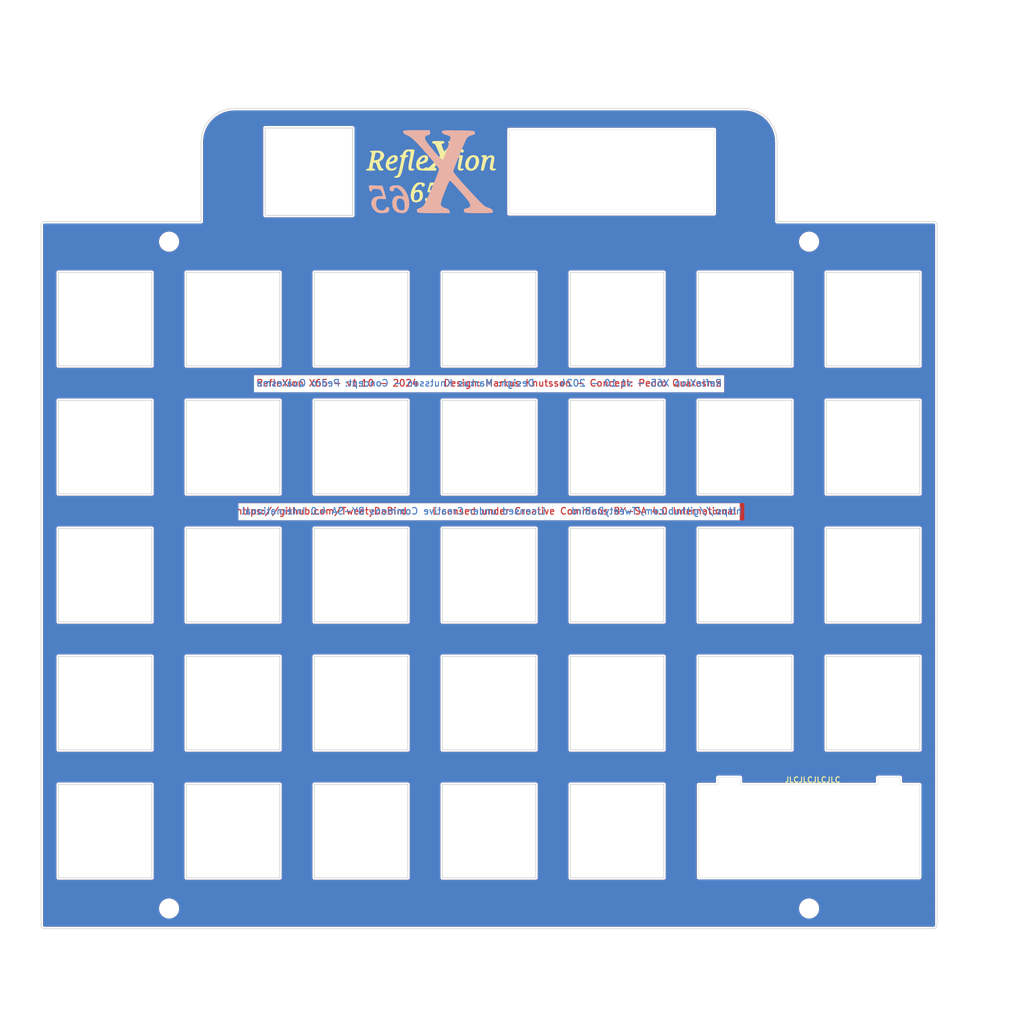
<source format=kicad_pcb>
(kicad_pcb (version 20240108) (generator "pcbnew") (generator_version "8.0")
  (title_block (title "X65 Front") (date "2024-04-05") (rev "1.10") (company "Tweety's Wild Thinking") (comment 1 "Design: Markus Knutsson <markus.knutsson@tweety.se>") (comment 2 "Concept: Pedro Quaresma <pq@live.ie>") (comment 3 "https://github.com/TweetyDaBird") (comment 4 "Licensed under Creative Commons BY-SA 4.0 International"))
  (layers (0 "F.Cu" signal) (31 "B.Cu" signal) (34 "B.Paste" user) (35 "F.Paste" user) (36 "B.SilkS" user "B.Silkscreen") (37 "F.SilkS" user "F.Silkscreen") (38 "B.Mask" user) (39 "F.Mask" user) (44 "Edge.Cuts" user))
  (net 0 "")
  (footprint "Keyboard_Plate:Spacer Plate hole" (layer "F.Cu") (at 158.515 35.965)
    (property "Reference" "H3" (hide yes))
    (property "Value" "Spacer_PCB" (hide yes))
    (pad "" np_thru_hole circle (at 0 0) (size 2.5 2.5) (drill 2.5) (layers "*.Cu" "*.Mask"))
  )
  (footprint "Keyboard_Plate:SW_MX_Plate_Placeholder_nodrill_NOBORDER_13,9" (layer "F.Cu") (at 129.94 123.69)
    (property "Reference" "SW33" (hide yes))
    (property "Value" "SW_Push" (hide yes))
    (fp_line (start -6.95 -6.95) (end -6.95 6.95) (stroke (width 0.1)) (layer "Edge.Cuts"))
    (fp_line (start -6.95 6.95) (end 6.95 6.95) (stroke (width 0.1)) (layer "Edge.Cuts"))
    (fp_line (start 6.95 -6.95) (end -6.95 -6.95) (stroke (width 0.1)) (layer "Edge.Cuts"))
    (fp_line (start 6.95 6.95) (end 6.95 -6.95) (stroke (width 0.1)) (layer "Edge.Cuts"))
  )
  (footprint "Keyboard_Plate:SW_MX_Plate_Placeholder_nodrill_NOBORDER_13,9" (layer "F.Cu") (at 110.89 66.54)
    (property "Reference" "SW11" (hide yes))
    (property "Value" "SW_Push" (hide yes))
    (fp_line (start -6.95 -6.95) (end -6.95 6.95) (stroke (width 0.1)) (layer "Edge.Cuts"))
    (fp_line (start -6.95 6.95) (end 6.95 6.95) (stroke (width 0.1)) (layer "Edge.Cuts"))
    (fp_line (start 6.95 -6.95) (end -6.95 -6.95) (stroke (width 0.1)) (layer "Edge.Cuts"))
    (fp_line (start 6.95 6.95) (end 6.95 -6.95) (stroke (width 0.1)) (layer "Edge.Cuts"))
  )
  (footprint "Keyboard_Plate:SW_MX_Plate_Placeholder_nodrill_NOBORDER_13,9" (layer "F.Cu") (at 72.79 123.69)
    (property "Reference" "SW30" (hide yes))
    (property "Value" "SW_Push" (hide yes))
    (fp_line (start -6.95 -6.95) (end -6.95 6.95) (stroke (width 0.1)) (layer "Edge.Cuts"))
    (fp_line (start -6.95 6.95) (end 6.95 6.95) (stroke (width 0.1)) (layer "Edge.Cuts"))
    (fp_line (start 6.95 -6.95) (end -6.95 -6.95) (stroke (width 0.1)) (layer "Edge.Cuts"))
    (fp_line (start 6.95 6.95) (end 6.95 -6.95) (stroke (width 0.1)) (layer "Edge.Cuts"))
  )
  (footprint "Keyboard_Plate:SW_MX_Plate_Placeholder_nodrill_NOBORDER_13,9" (layer "F.Cu") (at 110.89 123.69)
    (property "Reference" "SW32" (hide yes))
    (property "Value" "SW_Push" (hide yes))
    (fp_line (start -6.95 -6.95) (end -6.95 6.95) (stroke (width 0.1)) (layer "Edge.Cuts"))
    (fp_line (start -6.95 6.95) (end 6.95 6.95) (stroke (width 0.1)) (layer "Edge.Cuts"))
    (fp_line (start 6.95 -6.95) (end -6.95 -6.95) (stroke (width 0.1)) (layer "Edge.Cuts"))
    (fp_line (start 6.95 6.95) (end 6.95 -6.95) (stroke (width 0.1)) (layer "Edge.Cuts"))
  )
  (footprint "Keyboard_Plate:SW_MX_Plate_Placeholder_nodrill_NOBORDER_13,9" (layer "F.Cu") (at 91.84 47.49)
    (property "Reference" "SW3" (hide yes))
    (property "Value" "SW_Push" (hide yes))
    (fp_line (start -6.95 -6.95) (end -6.95 6.95) (stroke (width 0.1)) (layer "Edge.Cuts"))
    (fp_line (start -6.95 6.95) (end 6.95 6.95) (stroke (width 0.1)) (layer "Edge.Cuts"))
    (fp_line (start 6.95 -6.95) (end -6.95 -6.95) (stroke (width 0.1)) (layer "Edge.Cuts"))
    (fp_line (start 6.95 6.95) (end 6.95 -6.95) (stroke (width 0.1)) (layer "Edge.Cuts"))
  )
  (footprint "Keyboard_Plate:Spacer Plate hole" (layer "F.Cu") (at 158.515 135.215)
    (property "Reference" "H4" (hide yes))
    (property "Value" "Spacer_PCB" (hide yes))
    (pad "" np_thru_hole circle (at 0 0) (size 2.5 2.5) (drill 2.5) (layers "*.Cu" "*.Mask"))
  )
  (footprint "Keyboard_Plate:SW_MX_Plate_Placeholder_nodrill_NOBORDER_13,9" (layer "F.Cu") (at 148.99 104.64)
    (property "Reference" "SW27" (hide yes))
    (property "Value" "SW_Push" (hide yes))
    (fp_line (start -6.95 -6.95) (end -6.95 6.95) (stroke (width 0.1)) (layer "Edge.Cuts"))
    (fp_line (start -6.95 6.95) (end 6.95 6.95) (stroke (width 0.1)) (layer "Edge.Cuts"))
    (fp_line (start 6.95 -6.95) (end -6.95 -6.95) (stroke (width 0.1)) (layer "Edge.Cuts"))
    (fp_line (start 6.95 6.95) (end 6.95 -6.95) (stroke (width 0.1)) (layer "Edge.Cuts"))
  )
  (footprint "Keyboard_Plate:SW_MX_Plate_Placeholder_nodrill_NOBORDER_13,9" (layer "F.Cu") (at 91.84 123.69)
    (property "Reference" "SW31" (hide yes))
    (property "Value" "SW_Push" (hide yes))
    (fp_line (start -6.95 -6.95) (end -6.95 6.95) (stroke (width 0.1)) (layer "Edge.Cuts"))
    (fp_line (start -6.95 6.95) (end 6.95 6.95) (stroke (width 0.1)) (layer "Edge.Cuts"))
    (fp_line (start 6.95 -6.95) (end -6.95 -6.95) (stroke (width 0.1)) (layer "Edge.Cuts"))
    (fp_line (start 6.95 6.95) (end 6.95 -6.95) (stroke (width 0.1)) (layer "Edge.Cuts"))
  )
  (footprint "Keyboard_Plate:SW_MX_Plate_Placeholder_nodrill_NOBORDER_13,9" (layer "F.Cu") (at 148.99 66.54)
    (property "Reference" "SW13" (hide yes))
    (property "Value" "SW_Push" (hide yes))
    (fp_line (start -6.95 -6.95) (end -6.95 6.95) (stroke (width 0.1)) (layer "Edge.Cuts"))
    (fp_line (start -6.95 6.95) (end 6.95 6.95) (stroke (width 0.1)) (layer "Edge.Cuts"))
    (fp_line (start 6.95 -6.95) (end -6.95 -6.95) (stroke (width 0.1)) (layer "Edge.Cuts"))
    (fp_line (start 6.95 6.95) (end 6.95 -6.95) (stroke (width 0.1)) (layer "Edge.Cuts"))
  )
  (footprint "Keyboard_Plate:SW_MX_Plate_Placeholder_nodrill_NOBORDER_13,9" (layer "F.Cu") (at 53.74 66.54)
    (property "Reference" "SW8" (hide yes))
    (property "Value" "SW_Push" (hide yes))
    (fp_line (start -6.95 -6.95) (end -6.95 6.95) (stroke (width 0.1)) (layer "Edge.Cuts"))
    (fp_line (start -6.95 6.95) (end 6.95 6.95) (stroke (width 0.1)) (layer "Edge.Cuts"))
    (fp_line (start 6.95 -6.95) (end -6.95 -6.95) (stroke (width 0.1)) (layer "Edge.Cuts"))
    (fp_line (start 6.95 6.95) (end 6.95 -6.95) (stroke (width 0.1)) (layer "Edge.Cuts"))
  )
  (footprint "Keyboard_Plate:SW_MX_Plate_Placeholder_nodrill_NOBORDER_13,9" (layer "F.Cu") (at 72.79 66.54)
    (property "Reference" "SW9" (hide yes))
    (property "Value" "SW_Push" (hide yes))
    (fp_line (start -6.95 -6.95) (end -6.95 6.95) (stroke (width 0.1)) (layer "Edge.Cuts"))
    (fp_line (start -6.95 6.95) (end 6.95 6.95) (stroke (width 0.1)) (layer "Edge.Cuts"))
    (fp_line (start 6.95 -6.95) (end -6.95 -6.95) (stroke (width 0.1)) (layer "Edge.Cuts"))
    (fp_line (start 6.95 6.95) (end 6.95 -6.95) (stroke (width 0.1)) (layer "Edge.Cuts"))
  )
  (footprint "Keyboard_Plate:SW_MX_Plate_Placeholder_nodrill_NOBORDER_13,9" (layer "F.Cu") (at 148.99 85.59)
    (property "Reference" "SW20" (hide yes))
    (property "Value" "SW_Push" (hide yes))
    (fp_line (start -6.95 -6.95) (end -6.95 6.95) (stroke (width 0.1)) (layer "Edge.Cuts"))
    (fp_line (start -6.95 6.95) (end 6.95 6.95) (stroke (width 0.1)) (layer "Edge.Cuts"))
    (fp_line (start 6.95 -6.95) (end -6.95 -6.95) (stroke (width 0.1)) (layer "Edge.Cuts"))
    (fp_line (start 6.95 6.95) (end 6.95 -6.95) (stroke (width 0.1)) (layer "Edge.Cuts"))
  )
  (footprint "Keyboard_Plate:SW_MX_Plate_Placeholder_nodrill_NOBORDER_13,9" (layer "F.Cu") (at 110.89 85.59)
    (property "Reference" "SW18" (hide yes))
    (property "Value" "SW_Push" (hide yes))
    (fp_line (start -6.95 -6.95) (end -6.95 6.95) (stroke (width 0.1)) (layer "Edge.Cuts"))
    (fp_line (start -6.95 6.95) (end 6.95 6.95) (stroke (width 0.1)) (layer "Edge.Cuts"))
    (fp_line (start 6.95 -6.95) (end -6.95 -6.95) (stroke (width 0.1)) (layer "Edge.Cuts"))
    (fp_line (start 6.95 6.95) (end 6.95 -6.95) (stroke (width 0.1)) (layer "Edge.Cuts"))
  )
  (footprint "Keyboard_Plate:SW_MX_Plate_Placeholder_nodrill_NOBORDER_13,9" (layer "F.Cu") (at 129.94 66.54)
    (property "Reference" "SW12" (hide yes))
    (property "Value" "SW_Push" (hide yes))
    (fp_line (start -6.95 -6.95) (end -6.95 6.95) (stroke (width 0.1)) (layer "Edge.Cuts"))
    (fp_line (start -6.95 6.95) (end 6.95 6.95) (stroke (width 0.1)) (layer "Edge.Cuts"))
    (fp_line (start 6.95 -6.95) (end -6.95 -6.95) (stroke (width 0.1)) (layer "Edge.Cuts"))
    (fp_line (start 6.95 6.95) (end 6.95 -6.95) (stroke (width 0.1)) (layer "Edge.Cuts"))
  )
  (footprint "Keyboard_Plate:Spacer Plate hole" (layer "F.Cu") (at 63.265 35.965)
    (property "Reference" "H1" (hide yes))
    (property "Value" "Spacer_PCB" (hide yes))
    (pad "" np_thru_hole circle (at 0 0) (size 2.5 2.5) (drill 2.5) (layers "*.Cu" "*.Mask"))
  )
  (footprint "Keyboard_Plate:SW_MX_Plate_Placeholder_nodrill_NOBORDER_13,9" (layer "F.Cu") (at 110.89 47.49)
    (property "Reference" "SW4" (hide yes))
    (property "Value" "SW_Push" (hide yes))
    (fp_line (start -6.95 -6.95) (end -6.95 6.95) (stroke (width 0.1)) (layer "Edge.Cuts"))
    (fp_line (start -6.95 6.95) (end 6.95 6.95) (stroke (width 0.1)) (layer "Edge.Cuts"))
    (fp_line (start 6.95 -6.95) (end -6.95 -6.95) (stroke (width 0.1)) (layer "Edge.Cuts"))
    (fp_line (start 6.95 6.95) (end 6.95 -6.95) (stroke (width 0.1)) (layer "Edge.Cuts"))
  )
  (footprint "Keyboard_Plate:SW_MX_Plate_Placeholder_nodrill_NOBORDER_13,9" (layer "F.Cu") (at 72.79 85.59)
    (property "Reference" "SW16" (hide yes))
    (property "Value" "SW_Push" (hide yes))
    (fp_line (start -6.95 -6.95) (end -6.95 6.95) (stroke (width 0.1)) (layer "Edge.Cuts"))
    (fp_line (start -6.95 6.95) (end 6.95 6.95) (stroke (width 0.1)) (layer "Edge.Cuts"))
    (fp_line (start 6.95 -6.95) (end -6.95 -6.95) (stroke (width 0.1)) (layer "Edge.Cuts"))
    (fp_line (start 6.95 6.95) (end 6.95 -6.95) (stroke (width 0.1)) (layer "Edge.Cuts"))
  )
  (footprint "Logotypes:RefleXion 652" (layer "F.Cu") (at 102.122913 25.405682)
    (property "Reference" "G***" (hide yes))
    (property "Value" "LOGO" (hide yes))
    (fp_poly (pts (xy 4.948081 -3.133288) (xy 5.0023 -2.972048) (xy 5.003031 -2.93447) (xy 4.962526 -2.750599) (xy 4.806804 -2.694622) (xy 4.772794 -2.693939) (xy 4.578038 -2.7384) (xy 4.49833 -2.814205) (xy 4.491573 -3.033008) (xy 4.642838 -3.157833) (xy 4.770518 -3.175)) (fill solid) (layer "F.SilkS"))
    (fp_poly (pts (xy 4.740526 -2.300615) (xy 4.858043 -2.258326) (xy 4.87317 -2.156938) (xy 4.860253 -2.092614) (xy 4.791011 -1.779664) (xy 4.7133 -1.406547) (xy 4.637401 -1.025702) (xy 4.573598 -0.689571) (xy 4.532173 -0.450594) (xy 4.52197 -0.367342) (xy 4.6018 -0.307247) (xy 4.7625 -0.312184) (xy 4.955177 -0.309011) (xy 5.003031 -0.237482) (xy 4.923011 -0.094406) (xy 4.728013 -0.016195) (xy 4.485625 -0.006921) (xy 4.263439 -0.070655) (xy 4.140808 -0.185536) (xy 4.097992 -0.371952) (xy 4.11397 -0.682817) (xy 4.185513 -1.123604) (xy 4.264444 -1.539563) (xy 4.3081 -1.801788) (xy 4.316471 -1.94571) (xy 4.289546 -2.00676) (xy 4.227312 -2.020369) (xy 4.185228 -2.020455) (xy 4.057673 -2.097469) (xy 4.040909 -2.164773) (xy 4.097346 -2.259714) (xy 4.289399 -2.303094) (xy 4.475697 -2.309091)) (fill solid) (layer "F.SilkS"))
    (fp_poly (pts (xy 6.786528 -2.274354) (xy 7.073144 -2.100694) (xy 7.112714 -2.055586) (xy 7.274499 -1.70462) (xy 7.295062 -1.283918) (xy 7.183754 -0.843557) (xy 6.949925 -0.433613) (xy 6.773785 -0.240458) (xy 6.454628 -0.050163) (xy 6.082415 0.018209) (xy 5.721049 -0.034737) (xy 5.434432 -0.208397) (xy 5.394862 -0.253505) (xy 5.233077 -0.604471) (xy 5.212514 -1.025173) (xy 5.212605 -1.025532) (xy 5.729648 -1.025532) (xy 5.732361 -0.678482) (xy 5.770926 -0.533905) (xy 5.926191 -0.335834) (xy 6.147282 -0.287079) (xy 6.378018 -0.388154) (xy 6.50189 -0.52722) (xy 6.682562 -0.891695) (xy 6.770574 -1.262329) (xy 6.768632 -1.598401) (xy 6.67944 -1.859193) (xy 6.505702 -2.003986) (xy 6.402706 -2.020455) (xy 6.175224 -1.932761) (xy 5.972764 -1.703694) (xy 5.817011 -1.384277) (xy 5.729648 -1.025532) (xy 5.212605 -1.025532) (xy 5.323822 -1.465534) (xy 5.557651 -1.875478) (xy 5.733791 -2.068633) (xy 6.052948 -2.258928) (xy 6.425161 -2.3273)) (fill solid) (layer "F.SilkS"))
    (fp_poly (pts (xy -5.12861 -2.300011) (xy -4.92606 -2.193636) (xy -4.82404 -1.97241) (xy -4.831767 -1.685259) (xy -4.941939 -1.418986) (xy -4.996783 -1.353217) (xy -5.220077 -1.204994) (xy -5.543199 -1.069051) (xy -5.874815 -0.97967) (xy -6.03731 -0.962658) (xy -6.138601 -0.920377) (xy -6.140471 -0.772806) (xy -6.063745 -0.53543) (xy -5.933852 -0.344767) (xy -5.705337 -0.288736) (xy -5.690677 -0.288636) (xy -5.445801 -0.335685) (xy -5.291666 -0.432955) (xy -5.134643 -0.561808) (xy -5.026888 -0.542688) (xy -5.00303 -0.447866) (xy -5.088028 -0.244903) (xy -5.307481 -0.096157) (xy -5.608081 -0.01376) (xy -5.936516 -0.009845) (xy -6.239479 -0.096541) (xy -6.324751 -0.147084) (xy -6.532569 -0.400845) (xy -6.619 -0.751747) (xy -6.589637 -1.15235) (xy -6.527428 -1.331924) (xy -6.061004 -1.331924) (xy -5.988648 -1.296174) (xy -5.815979 -1.332545) (xy -5.610942 -1.419799) (xy -5.460038 -1.519768) (xy -5.3185 -1.711679) (xy -5.301276 -1.893905) (xy -5.405365 -2.007443) (xy -5.485505 -2.020455) (xy -5.641063 -1.945188) (xy -5.825773 -1.763775) (xy -5.983984 -1.542801) (xy -6.060042 -1.348848) (xy -6.061004 -1.331924) (xy -6.527428 -1.331924) (xy -6.450074 -1.555215) (xy -6.205904 -1.912903) (xy -6.104933 -2.011531) (xy -5.789033 -2.211095) (xy -5.443403 -2.310373)) (fill solid) (layer "F.SilkS"))
    (fp_poly (pts (xy 1.310127 1.745864) (xy 1.411112 1.780093) (xy 1.42922 1.852514) (xy 1.408728 1.944026) (xy 1.360904 2.168892) (xy 1.348284 2.285038) (xy 1.269472 2.391612) (xy 1.202652 2.405303) (xy 1.076354 2.327875) (xy 1.058334 2.255713) (xy 1.01693 2.164135) (xy 0.864743 2.128975) (xy 0.610504 2.135448) (xy 0.332028 2.165601) (xy 0.178756 2.238999) (xy 0.083487 2.401458) (xy 0.038268 2.525568) (xy -0.086139 2.886364) (xy 0.325008 2.886364) (xy 0.718988 2.961311) (xy 0.996961 3.161974) (xy 1.146787 3.452085) (xy 1.156324 3.795377) (xy 1.013433 4.155581) (xy 0.827425 4.387273) (xy 0.607667 4.58343) (xy 0.404212 4.680708) (xy 0.130585 4.712517) (xy -0.019242 4.714394) (xy -0.332507 4.694144) (xy -0.572824 4.642235) (xy -0.654242 4.598939) (xy -0.74745 4.414639) (xy -0.769697 4.262197) (xy -0.705555 4.089454) (xy -0.563182 4.03825) (xy -0.417658 4.113836) (xy -0.356971 4.233333) (xy -0.231701 4.379101) (xy 0.003253 4.428617) (xy 0.286674 4.374061) (xy 0.387034 4.328376) (xy 0.54392 4.149861) (xy 0.632502 3.866975) (xy 0.636869 3.560502) (xy 0.576572 3.366114) (xy 0.475686 3.232786) (xy 0.323525 3.183833) (xy 0.052792 3.198256) (xy 0.042388 3.19942) (xy -0.22131 3.21953) (xy -0.391922 3.214558) (xy -0.418944 3.205046) (xy -0.413037 3.099812) (xy -0.35934 2.859662) (xy -0.268941 2.532877) (xy -0.250558 2.471647) (xy -0.040496 1.779924) (xy 0.713681 1.751602) (xy 1.089804 1.739732)) (fill solid) (layer "F.SilkS"))
    (fp_poly (pts (xy -1.07053 1.775704) (xy -0.840924 1.908117) (xy -0.779335 2.130188) (xy -0.786788 2.184204) (xy -0.897361 2.333336) (xy -1.035263 2.387942) (xy -1.204191 2.369377) (xy -1.250757 2.220455) (xy -1.250757 2.21957) (xy -1.307281 2.047413) (xy -1.45297 2.003163) (xy -1.651999 2.068422) (xy -1.868542 2.224793) (xy -2.066775 2.453882) (xy -2.199897 2.70697) (xy -2.254141 2.871998) (xy -2.215477 2.92224) (xy -2.0442 2.883107) (xy -1.963267 2.858429) (xy -1.606113 2.83174) (xy -1.318438 2.971229) (xy -1.130511 3.254683) (xy -1.07584 3.509624) (xy -1.106321 3.99774) (xy -1.280834 4.370526) (xy -1.587406 4.613659) (xy -2.014063 4.712816) (xy -2.082985 4.714394) (xy -2.385602 4.684339) (xy -2.588689 4.569882) (xy -2.686956 4.460889) (xy -2.852119 4.10839) (xy -2.860444 4.030911) (xy -2.394872 4.030911) (xy -2.377346 4.250014) (xy -2.366286 4.292446) (xy -2.235952 4.406896) (xy -2.024688 4.414926) (xy -1.805742 4.325245) (xy -1.689167 4.211926) (xy -1.587339 3.969934) (xy -1.539847 3.666727) (xy -1.539394 3.638038) (xy -1.596187 3.321398) (xy -1.756606 3.158461) (xy -2.005711 3.160254) (xy -2.122759 3.20753) (xy -2.283496 3.332249) (xy -2.363638 3.540169) (xy -2.38732 3.741477) (xy -2.394872 4.030911) (xy -2.860444 4.030911) (xy -2.900303 3.659969) (xy -2.839668 3.165879) (xy -2.678371 2.676373) (xy -2.424573 2.241705) (xy -2.303529 2.099211) (xy -2.072076 1.877901) (xy -1.871709 1.769051) (xy -1.614505 1.733915) (xy -1.469859 1.731818)) (fill solid) (layer "F.SilkS"))
    (fp_poly (pts (xy 9.353302 -2.266293) (xy 9.50413 -2.123375) (xy 9.554621 -1.858546) (xy 9.512487 -1.450018) (xy 9.47173 -1.242913) (xy 9.382275 -0.801029) (xy 9.342377 -0.516636) (xy 9.353695 -0.360858) (xy 9.417887 -0.304819) (xy 9.524904 -0.316489) (xy 9.707511 -0.313735) (xy 9.791681 -0.226794) (xy 9.735715 -0.108609) (xy 9.705698 -0.086929) (xy 9.454627 -0.008503) (xy 9.173538 -0.025954) (xy 8.959787 -0.131478) (xy 8.944742 -0.147915) (xy 8.884883 -0.264729) (xy 8.871217 -0.446514) (xy 8.903795 -0.740101) (xy 8.945625 -0.989771) (xy 9.012347 -1.346613) (xy 9.072044 -1.635232) (xy 9.112589 -1.797285) (xy 9.114692 -1.803166) (xy 9.077821 -1.930527) (xy 8.990784 -1.987599) (xy 8.793406 -1.969236) (xy 8.584905 -1.796502) (xy 8.390955 -1.503902) (xy 8.237234 -1.125936) (xy 8.17988 -0.89793) (xy 8.09456 -0.481593) (xy 8.027304 -0.219009) (xy 7.960658 -0.07481) (xy 7.877169 -0.013631) (xy 7.759384 -0.000105) (xy 7.73676 0) (xy 7.566707 -0.030121) (xy 7.539116 -0.155598) (xy 7.551111 -0.216477) (xy 7.616858 -0.513688) (xy 7.69266 -0.876722) (xy 7.768136 -1.252983) (xy 7.832906 -1.589872) (xy 7.876589 -1.834792) (xy 7.889394 -1.930532) (xy 7.811372 -2.01034) (xy 7.745076 -2.020455) (xy 7.617521 -2.097469) (xy 7.600758 -2.164773) (xy 7.656638 -2.259262) (xy 7.847172 -2.302768) (xy 8.040196 -2.309091) (xy 8.30607 -2.300867) (xy 8.422469 -2.260862) (xy 8.432144 -2.166079) (xy 8.415546 -2.107169) (xy 8.351459 -1.905246) (xy 8.553381 -2.107169) (xy 8.851072 -2.276059) (xy 9.094427 -2.309091)) (fill solid) (layer "F.SilkS"))
    (fp_poly (pts (xy -2.62831 -3.162058) (xy -2.394519 -3.12758) (xy -2.309091 -3.079142) (xy -2.328113 -2.952229) (xy -2.379893 -2.677765) (xy -2.456502 -2.29627) (xy -2.549126 -1.852438) (xy -2.669645 -1.270446) (xy -2.746493 -0.85094) (xy -2.780207 -0.569127) (xy -2.771323 -0.400215) (xy -2.72038 -0.319414) (xy -2.627914 -0.30193) (xy -2.582617 -0.306642) (xy -2.39086 -0.283787) (xy -2.34062 -0.184583) (xy -2.444435 -0.075483) (xy -2.533 -0.043681) (xy -2.846409 0.009458) (xy -3.065495 -0.025034) (xy -3.196452 -0.164971) (xy -3.245478 -0.428167) (xy -3.218769 -0.832435) (xy -3.12252 -1.39559) (xy -3.078257 -1.611267) (xy -2.996213 -2.036252) (xy -2.940082 -2.399429) (xy -2.916197 -2.654632) (xy -2.922597 -2.745801) (xy -3.054914 -2.874461) (xy -3.256201 -2.885139) (xy -3.453628 -2.789929) (xy -3.562229 -2.63957) (xy -3.638026 -2.421773) (xy -3.622476 -2.329802) (xy -3.491981 -2.30938) (xy -3.41855 -2.309091) (xy -3.247866 -2.275819) (xy -3.236419 -2.164773) (xy -3.365844 -2.050148) (xy -3.508544 -2.020455) (xy -3.605123 -2.005974) (xy -3.680097 -1.941225) (xy -3.746255 -1.794243) (xy -3.816386 -1.533066) (xy -3.903278 -1.125729) (xy -3.940282 -0.941381) (xy -4.090486 -0.245925) (xy -4.231327 0.275979) (xy -4.369334 0.642547) (xy -4.511034 0.871994) (xy -4.623426 0.964928) (xy -4.837561 1.036421) (xy -5.07559 1.058964) (xy -5.273253 1.034888) (xy -5.36629 0.966521) (xy -5.364307 0.938068) (xy -5.247608 0.828997) (xy -5.115548 0.787031) (xy -4.979816 0.74437) (xy -4.868348 0.642677) (xy -4.769342 0.454381) (xy -4.670997 0.151913) (xy -4.561508 -0.292299) (xy -4.465976 -0.730358) (xy -4.357686 -1.244714) (xy -4.287168 -1.600164) (xy -4.252409 -1.826069) (xy -4.251402 -1.951788) (xy -4.282134 -2.006683) (xy -4.342597 -2.020115) (xy -4.377651 -2.020455) (xy -4.505206 -2.097469) (xy -4.521969 -2.164773) (xy -4.442264 -2.283041) (xy -4.336029 -2.309091) (xy -4.158514 -2.394087) (xy -4.08444 -2.525568) (xy -3.96973 -2.758477) (xy -3.820655 -2.958523) (xy -3.682287 -3.077673) (xy -3.504623 -3.14369) (xy -3.230443 -3.171064) (xy -2.965804 -3.175)) (fill solid) (layer "F.SilkS"))
    (fp_poly (pts (xy -7.711001 -2.977285) (xy -7.443693 -2.953823) (xy -7.26721 -2.900807) (xy -7.130809 -2.806854) (xy -7.067217 -2.746419) (xy -6.904532 -2.527939) (xy -6.831375 -2.319436) (xy -6.83106 -2.308686) (xy -6.896813 -1.997092) (xy -7.06309 -1.7083) (xy -7.283421 -1.513998) (xy -7.367715 -1.480811) (xy -7.539148 -1.394055) (xy -7.565252 -1.297008) (xy -7.509836 -1.133293) (xy -7.427197 -0.869549) (xy -7.395744 -0.765617) (xy -7.274325 -0.481346) (xy -7.130803 -0.323691) (xy -7.100245 -0.311427) (xy -6.938082 -0.221538) (xy -6.936242 -0.111277) (xy -7.073516 -0.024099) (xy -7.252234 0) (xy -7.491415 -0.023784) (xy -7.656407 -0.120374) (xy -7.781918 -0.327632) (xy -7.902659 -0.683417) (xy -7.913777 -0.721591) (xy -8.030942 -1.040174) (xy -8.160192 -1.199552) (xy -8.246739 -1.23169) (xy -8.395212 -1.206845) (xy -8.480548 -1.046303) (xy -8.501749 -0.95508) (xy -8.557466 -0.597346) (xy -8.543156 -0.389375) (xy -8.452558 -0.299376) (xy -8.370454 -0.288636) (xy -8.213745 -0.228478) (xy -8.17803 -0.144318) (xy -8.215935 -0.068057) (xy -8.352873 -0.02336) (xy -8.623681 -0.003228) (xy -8.896601 0) (xy -9.266147 -0.005925) (xy -9.476961 -0.028553) (xy -9.562507 -0.075167) (xy -9.559793 -0.144318) (xy -9.428586 -0.266003) (xy -9.322282 -0.288636) (xy -9.171322 -0.303466) (xy -9.140151 -0.322169) (xy -9.120609 -0.423683) (xy -9.067465 -0.674686) (xy -8.988948 -1.036844) (xy -8.897902 -1.450953) (xy -8.851382 -1.671412) (xy -8.340382 -1.671412) (xy -8.320519 -1.561764) (xy -8.141301 -1.552901) (xy -7.807436 -1.645054) (xy -7.806959 -1.64522) (xy -7.5377 -1.822256) (xy -7.417761 -2.116634) (xy -7.424412 -2.41957) (xy -7.485395 -2.578753) (xy -7.646424 -2.65437) (xy -7.805544 -2.674997) (xy -8.017584 -2.683774) (xy -8.128937 -2.632168) (xy -8.186334 -2.472935) (xy -8.222185 -2.253795) (xy -8.273062 -1.956188) (xy -8.323032 -1.728163) (xy -8.340382 -1.671412) (xy -8.851382 -1.671412) (xy -8.785634 -1.982994) (xy -8.723386 -2.355781) (xy -8.711244 -2.595894) (xy -8.749296 -2.729911) (xy -8.837628 -2.784411) (xy -8.902279 -2.790152) (xy -9.004184 -2.836046) (xy -8.995833 -2.886364) (xy -8.878534 -2.930191) (xy -8.617465 -2.963563) (xy -8.261212 -2.981141) (xy -8.119872 -2.982576)) (fill solid) (layer "F.SilkS"))
    (fp_poly (pts (xy 3.858711 -4.418934) (xy 4.095806 -4.39421) (xy 4.209019 -4.345204) (xy 4.233334 -4.281715) (xy 4.153336 -4.146587) (xy 3.960237 -4.019941) (xy 3.953811 -4.017132) (xy 3.771978 -3.896906) (xy 3.504442 -3.668764) (xy 3.192376 -3.369465) (xy 2.975088 -3.143346) (xy 2.275886 -2.390101) (xy 2.657031 -1.459634) (xy 2.879545 -0.954864) (xy 3.06396 -0.623658) (xy 3.217995 -0.452688) (xy 3.250906 -0.434193) (xy 3.416202 -0.297248) (xy 3.463637 -0.16961) (xy 3.443558 -0.09052) (xy 3.36012 -0.040442) (xy 3.178524 -0.012968) (xy 2.863968 -0.00169) (xy 2.542567 0) (xy 2.115293 -0.003358) (xy 1.846807 -0.017672) (xy 1.703525 -0.049303) (xy 1.651864 -0.104611) (xy 1.653588 -0.168371) (xy 1.763389 -0.313797) (xy 1.901173 -0.367487) (xy 2.041177 -0.409819) (xy 2.100799 -0.508247) (xy 2.080182 -0.697067) (xy 1.979473 -1.010577) (xy 1.904737 -1.210168) (xy 1.692808 -1.763974) (xy 1.183147 -1.203154) (xy 0.871621 -0.83597) (xy 0.708655 -0.581359) (xy 0.691456 -0.43307) (xy 0.817234 -0.384849) (xy 0.817803 -0.384848) (xy 0.935346 -0.304693) (xy 0.962122 -0.192966) (xy 0.951795 -0.115575) (xy 0.900644 -0.06255) (xy 0.778415 -0.029498) (xy 0.554849 -0.012023) (xy 0.199693 -0.005733) (xy -0.317311 -0.006233) (xy -0.323494 -0.006258) (xy -0.902533 -0.014573) (xy -1.317924 -0.035997) (xy -1.598166 -0.073337) (xy -1.771759 -0.1294) (xy -1.810941 -0.152799) (xy -2.014303 -0.403472) (xy -2.097791 -0.752115) (xy -2.067258 -1.151024) (xy -2.004759 -1.331924) (xy -1.539034 -1.331924) (xy -1.466678 -1.296174) (xy -1.294009 -1.332545) (xy -1.088973 -1.419799) (xy -0.938068 -1.519768) (xy -0.79653 -1.711679) (xy -0.779306 -1.893905) (xy -0.883395 -2.007443) (xy -0.963535 -2.020455) (xy -1.119093 -1.945188) (xy -1.303803 -1.763775) (xy -1.462014 -1.542801) (xy -1.538072 -1.348848) (xy -1.539034 -1.331924) (xy -2.004759 -1.331924) (xy -1.928554 -1.552497) (xy -1.68753 -1.90883) (xy -1.582963 -2.011531) (xy -1.267063 -2.211095) (xy -0.921434 -2.310373) (xy -0.606641 -2.300011) (xy -0.404091 -2.193636) (xy -0.30207 -1.97241) (xy -0.309798 -1.685259) (xy -0.419969 -1.418986) (xy -0.474813 -1.353217) (xy -0.698107 -1.204994) (xy -1.021229 -1.069051) (xy -1.352845 -0.97967) (xy -1.515341 -0.962658) (xy -1.616632 -0.920377) (xy -1.618501 -0.772806) (xy -1.541775 -0.53543) (xy -1.382003 -0.343765) (xy -1.136862 -0.285601) (xy -0.865187 -0.367029) (xy -0.747346 -0.453182) (xy -0.597157 -0.557231) (xy -0.504235 -0.516154) (xy -0.487422 -0.491354) (xy -0.400098 -0.422193) (xy -0.266726 -0.449437) (xy -0.070402 -0.585703) (xy 0.205781 -0.843605) (xy 0.578729 -1.235757) (xy 0.725726 -1.396566) (xy 1.474674 -2.221519) (xy 1.154214 -3.010949) (xy 0.96901 -3.456819) (xy 0.83113 -3.752558) (xy 0.720545 -3.928288) (xy 0.617223 -4.014128) (xy 0.501134 -4.040199) (xy 0.46928 -4.040909) (xy 0.31715 -4.114421) (xy 0.288637 -4.233333) (xy 0.302439 -4.322768) (xy 0.36764 -4.379213) (xy 0.519936 -4.410182) (xy 0.79502 -4.423191) (xy 1.202652 -4.425758) (xy 1.627466 -4.422852) (xy 1.895579 -4.409125) (xy 2.042684 -4.377063) (xy 2.104476 -4.31915) (xy 2.116667 -4.233333) (xy 2.047713 -4.071093) (xy 1.940278 -4.040909) (xy 1.764486 -4.015929) (xy 1.712169 -3.989188) (xy 1.714625 -3.880702) (xy 1.772185 -3.661021) (xy 1.862798 -3.391467) (xy 1.96441 -3.133365) (xy 2.054968 -2.948038) (xy 2.10621 -2.893447) (xy 2.203626 -2.968307) (xy 2.374781 -3.148854) (xy 2.578964 -3.386088) (xy 2.775465 -3.631008) (xy 2.923571 -3.834616) (xy 2.982573 -3.947909) (xy 2.982576 -3.948257) (xy 2.904594 -4.030474) (xy 2.838258 -4.040909) (xy 2.720726 -4.121121) (xy 2.69394 -4.233333) (xy 2.710009 -4.329207) (xy 2.784021 -4.386667) (xy 2.954683 -4.415389) (xy 3.2607 -4.42505) (xy 3.463637 -4.425758)) (fill solid) (layer "F.SilkS"))
  )
  (footprint "Keyboard_Plate:SW_MX_Plate_Placeholder_nodrill_NOBORDER_13,9" (layer "F.Cu") (at 91.84 85.59)
    (property "Reference" "SW17" (hide yes))
    (property "Value" "SW_Push" (hide yes))
    (fp_line (start -6.95 -6.95) (end -6.95 6.95) (stroke (width 0.1)) (layer "Edge.Cuts"))
    (fp_line (start -6.95 6.95) (end 6.95 6.95) (stroke (width 0.1)) (layer "Edge.Cuts"))
    (fp_line (start 6.95 -6.95) (end -6.95 -6.95) (stroke (width 0.1)) (layer "Edge.Cuts"))
    (fp_line (start 6.95 6.95) (end 6.95 -6.95) (stroke (width 0.1)) (layer "Edge.Cuts"))
  )
  (footprint "Keyboard_Plate:SW_MX_Plate_Placeholder_nodrill_NOBORDER_13,9" (layer "F.Cu") (at 53.74 85.59)
    (property "Reference" "SW15" (hide yes))
    (property "Value" "SW_Push" (hide yes))
    (fp_line (start -6.95 -6.95) (end -6.95 6.95) (stroke (width 0.1)) (layer "Edge.Cuts"))
    (fp_line (start -6.95 6.95) (end 6.95 6.95) (stroke (width 0.1)) (layer "Edge.Cuts"))
    (fp_line (start 6.95 -6.95) (end -6.95 -6.95) (stroke (width 0.1)) (layer "Edge.Cuts"))
    (fp_line (start 6.95 6.95) (end 6.95 -6.95) (stroke (width 0.1)) (layer "Edge.Cuts"))
  )
  (footprint "Keyboard_Plate:SW_MX_Plate_Placeholder_nodrill_NOBORDER_13,9" (layer "F.Cu") (at 168.04 104.64)
    (property "Reference" "SW28" (hide yes))
    (property "Value" "SW_Push" (hide yes))
    (fp_line (start -6.95 -6.95) (end -6.95 6.95) (stroke (width 0.1)) (layer "Edge.Cuts"))
    (fp_line (start -6.95 6.95) (end 6.95 6.95) (stroke (width 0.1)) (layer "Edge.Cuts"))
    (fp_line (start 6.95 -6.95) (end -6.95 -6.95) (stroke (width 0.1)) (layer "Edge.Cuts"))
    (fp_line (start 6.95 6.95) (end 6.95 -6.95) (stroke (width 0.1)) (layer "Edge.Cuts"))
  )
  (footprint "Keyboard_Plate:SW_MX_Plate_Placeholder_nodrill_NOBORDER_13,9" (layer "F.Cu") (at 72.79 104.64)
    (property "Reference" "SW23" (hide yes))
    (property "Value" "SW_Push" (hide yes))
    (fp_line (start -6.95 -6.95) (end -6.95 6.95) (stroke (width 0.1)) (layer "Edge.Cuts"))
    (fp_line (start -6.95 6.95) (end 6.95 6.95) (stroke (width 0.1)) (layer "Edge.Cuts"))
    (fp_line (start 6.95 -6.95) (end -6.95 -6.95) (stroke (width 0.1)) (layer "Edge.Cuts"))
    (fp_line (start 6.95 6.95) (end 6.95 -6.95) (stroke (width 0.1)) (layer "Edge.Cuts"))
  )
  (footprint "Keyboard_Plate:SW_MX_Plate_Placeholder_nodrill_NOBORDER_13,9" (layer "F.Cu") (at 168.04 66.54)
    (property "Reference" "SW14" (hide yes))
    (property "Value" "SW_Push" (hide yes))
    (fp_line (start -6.95 -6.95) (end -6.95 6.95) (stroke (width 0.1)) (layer "Edge.Cuts"))
    (fp_line (start -6.95 6.95) (end 6.95 6.95) (stroke (width 0.1)) (layer "Edge.Cuts"))
    (fp_line (start 6.95 -6.95) (end -6.95 -6.95) (stroke (width 0.1)) (layer "Edge.Cuts"))
    (fp_line (start 6.95 6.95) (end 6.95 -6.95) (stroke (width 0.1)) (layer "Edge.Cuts"))
  )
  (footprint "Keyboard_Plate:SW_MX_Plate_Placeholder_nodrill_NOBORDER_13,9" (layer "F.Cu") (at 129.94 85.59)
    (property "Reference" "SW19" (hide yes))
    (property "Value" "SW_Push" (hide yes))
    (fp_line (start -6.95 -6.95) (end -6.95 6.95) (stroke (width 0.1)) (layer "Edge.Cuts"))
    (fp_line (start -6.95 6.95) (end 6.95 6.95) (stroke (width 0.1)) (layer "Edge.Cuts"))
    (fp_line (start 6.95 -6.95) (end -6.95 -6.95) (stroke (width 0.1)) (layer "Edge.Cuts"))
    (fp_line (start 6.95 6.95) (end 6.95 -6.95) (stroke (width 0.1)) (layer "Edge.Cuts"))
  )
  (footprint "Keyboard_Plate:SW_MX_Plate_Placeholder_nodrill_NOBORDER_13,9" (layer "F.Cu") (at 72.79 47.49)
    (property "Reference" "SW2" (hide yes))
    (property "Value" "SW_Push" (hide yes))
    (fp_line (start -6.95 -6.95) (end -6.95 6.95) (stroke (width 0.1)) (layer "Edge.Cuts"))
    (fp_line (start -6.95 6.95) (end 6.95 6.95) (stroke (width 0.1)) (layer "Edge.Cuts"))
    (fp_line (start 6.95 -6.95) (end -6.95 -6.95) (stroke (width 0.1)) (layer "Edge.Cuts"))
    (fp_line (start 6.95 6.95) (end 6.95 -6.95) (stroke (width 0.1)) (layer "Edge.Cuts"))
  )
  (footprint "Keyboard_Plate:SW_MX_Plate_Placeholder_nodrill_NOBORDER_13,9" (layer "F.Cu") (at 110.89 104.64)
    (property "Reference" "SW25" (hide yes))
    (property "Value" "SW_Push" (hide yes))
    (fp_line (start -6.95 -6.95) (end -6.95 6.95) (stroke (width 0.1)) (layer "Edge.Cuts"))
    (fp_line (start -6.95 6.95) (end 6.95 6.95) (stroke (width 0.1)) (layer "Edge.Cuts"))
    (fp_line (start 6.95 -6.95) (end -6.95 -6.95) (stroke (width 0.1)) (layer "Edge.Cuts"))
    (fp_line (start 6.95 6.95) (end 6.95 -6.95) (stroke (width 0.1)) (layer "Edge.Cuts"))
  )
  (footprint "Keyboard_Plate:SW_MX_Plate_Placeholder_nodrill_NOBORDER_13,9" (layer "F.Cu") (at 168.04 47.49)
    (property "Reference" "SW7" (hide yes))
    (property "Value" "SW_Push" (hide yes))
    (fp_line (start -6.95 -6.95) (end -6.95 6.95) (stroke (width 0.1)) (layer "Edge.Cuts"))
    (fp_line (start -6.95 6.95) (end 6.95 6.95) (stroke (width 0.1)) (layer "Edge.Cuts"))
    (fp_line (start 6.95 -6.95) (end -6.95 -6.95) (stroke (width 0.1)) (layer "Edge.Cuts"))
    (fp_line (start 6.95 6.95) (end 6.95 -6.95) (stroke (width 0.1)) (layer "Edge.Cuts"))
  )
  (footprint "Keyboard_Plate:Stabilizer_Cherry_MX_2.00u_PLate_1_2" (layer "F.Cu") (at 158.515 123.69 180)
    (property "Reference" "ST1" (hide yes))
    (property "Value" "Stabilizer_2u_MX")
    (fp_line (start 16.425 -6.9) (end 16.425 6.9) (stroke (width 0.05)) (layer "Edge.Cuts"))
    (fp_line (start 13.55 7.97) (end 13.55 6.9) (stroke (width 0.05)) (layer "Edge.Cuts"))
    (fp_line (start 13.55 6.9) (end 16.425 6.9) (stroke (width 0.05)) (layer "Edge.Cuts"))
    (fp_line (start 10.25 7.97) (end 13.55 7.97) (stroke (width 0.05)) (layer "Edge.Cuts"))
    (fp_line (start 10.25 7.97) (end 10.25 6.9) (stroke (width 0.05)) (layer "Edge.Cuts"))
    (fp_line (start -10.25 7.97) (end -10.25 6.9) (stroke (width 0.05)) (layer "Edge.Cuts"))
    (fp_line (start -10.25 7.97) (end -13.55 7.97) (stroke (width 0.05)) (layer "Edge.Cuts"))
    (fp_line (start -10.25 6.9) (end 10.25 6.9) (stroke (width 0.05)) (layer "Edge.Cuts"))
    (fp_line (start -13.55 7.97) (end -13.55 6.9) (stroke (width 0.05)) (layer "Edge.Cuts"))
    (fp_line (start -13.55 6.9) (end -16.425 6.9) (stroke (width 0.05)) (layer "Edge.Cuts"))
    (fp_line (start -16.425 -6.9) (end 16.425 -6.9) (stroke (width 0.05)) (layer "Edge.Cuts"))
    (fp_line (start -16.425 -6.9) (end -16.425 6.9) (stroke (width 0.05)) (layer "Edge.Cuts"))
  )
  (footprint "Keyboard_Plate:Spacer Plate hole" (layer "F.Cu") (at 63.265 135.215)
    (property "Reference" "H2" (hide yes))
    (property "Value" "Spacer_PCB" (hide yes))
    (pad "" np_thru_hole circle (at 0 0) (size 2.5 2.5) (drill 2.5) (layers "*.Cu" "*.Mask"))
  )
  (footprint "Keyboard_Plate:SW_MX_Plate_Placeholder_nodrill_NOBORDER_13,9" (layer "F.Cu") (at 53.74 47.49)
    (property "Reference" "SW1" (hide yes))
    (property "Value" "SW_Push" (hide yes))
    (fp_line (start -6.95 -6.95) (end -6.95 6.95) (stroke (width 0.1)) (layer "Edge.Cuts"))
    (fp_line (start -6.95 6.95) (end 6.95 6.95) (stroke (width 0.1)) (layer "Edge.Cuts"))
    (fp_line (start 6.95 -6.95) (end -6.95 -6.95) (stroke (width 0.1)) (layer "Edge.Cuts"))
    (fp_line (start 6.95 6.95) (end 6.95 -6.95) (stroke (width 0.1)) (layer "Edge.Cuts"))
  )
  (footprint "Keyboard_Plate:SW_MX_Plate_Placeholder_nodrill_NOBORDER_13,9" (layer "F.Cu") (at 53.74 104.64)
    (property "Reference" "SW22" (hide yes))
    (property "Value" "SW_Push" (hide yes))
    (fp_line (start -6.95 -6.95) (end -6.95 6.95) (stroke (width 0.1)) (layer "Edge.Cuts"))
    (fp_line (start -6.95 6.95) (end 6.95 6.95) (stroke (width 0.1)) (layer "Edge.Cuts"))
    (fp_line (start 6.95 -6.95) (end -6.95 -6.95) (stroke (width 0.1)) (layer "Edge.Cuts"))
    (fp_line (start 6.95 6.95) (end 6.95 -6.95) (stroke (width 0.1)) (layer "Edge.Cuts"))
  )
  (footprint "Keyboard_Plate:SW_MX_Plate_Placeholder_nodrill_NOBORDER_13,9" (layer "F.Cu") (at 91.84 104.64)
    (property "Reference" "SW24" (hide yes))
    (property "Value" "SW_Push" (hide yes))
    (fp_line (start -6.95 -6.95) (end -6.95 6.95) (stroke (width 0.1)) (layer "Edge.Cuts"))
    (fp_line (start -6.95 6.95) (end 6.95 6.95) (stroke (width 0.1)) (layer "Edge.Cuts"))
    (fp_line (start 6.95 -6.95) (end -6.95 -6.95) (stroke (width 0.1)) (layer "Edge.Cuts"))
    (fp_line (start 6.95 6.95) (end 6.95 -6.95) (stroke (width 0.1)) (layer "Edge.Cuts"))
  )
  (footprint "Keyboard_Plate:SW_MX_Plate_Placeholder_nodrill_NOBORDER_13,9" (layer "F.Cu") (at 148.99 47.49)
    (property "Reference" "SW6" (hide yes))
    (property "Value" "SW_Push" (hide yes))
    (fp_line (start -6.95 -6.95) (end -6.95 6.95) (stroke (width 0.1)) (layer "Edge.Cuts"))
    (fp_line (start -6.95 6.95) (end 6.95 6.95) (stroke (width 0.1)) (layer "Edge.Cuts"))
    (fp_line (start 6.95 -6.95) (end -6.95 -6.95) (stroke (width 0.1)) (layer "Edge.Cuts"))
    (fp_line (start 6.95 6.95) (end 6.95 -6.95) (stroke (width 0.1)) (layer "Edge.Cuts"))
  )
  (footprint "Keyboard_Plate:SW_MX_Plate_Placeholder_nodrill_NOBORDER_13,9" (layer "F.Cu") (at 129.94 47.49)
    (property "Reference" "SW5" (hide yes))
    (property "Value" "SW_Push" (hide yes))
    (fp_line (start -6.95 -6.95) (end -6.95 6.95) (stroke (width 0.1)) (layer "Edge.Cuts"))
    (fp_line (start -6.95 6.95) (end 6.95 6.95) (stroke (width 0.1)) (layer "Edge.Cuts"))
    (fp_line (start 6.95 -6.95) (end -6.95 -6.95) (stroke (width 0.1)) (layer "Edge.Cuts"))
    (fp_line (start 6.95 6.95) (end 6.95 -6.95) (stroke (width 0.1)) (layer "Edge.Cuts"))
  )
  (footprint "Keyboard_Plate:SW_MX_Plate_Placeholder_nodrill_NOBORDER_13,9" (layer "F.Cu") (at 129.94 104.64)
    (property "Reference" "SW26" (hide yes))
    (property "Value" "SW_Push" (hide yes))
    (fp_line (start -6.95 -6.95) (end -6.95 6.95) (stroke (width 0.1)) (layer "Edge.Cuts"))
    (fp_line (start -6.95 6.95) (end 6.95 6.95) (stroke (width 0.1)) (layer "Edge.Cuts"))
    (fp_line (start 6.95 -6.95) (end -6.95 -6.95) (stroke (width 0.1)) (layer "Edge.Cuts"))
    (fp_line (start 6.95 6.95) (end 6.95 -6.95) (stroke (width 0.1)) (layer "Edge.Cuts"))
  )
  (footprint "Keyboard Encoders:Encoder_Plate_Placeholder_nodrill" (layer "F.Cu") (at 84.065 25.55 -90)
    (property "Reference" "ENC1" (hide yes))
    (property "Value" "Rotary_Encoder_Click" (hide yes))
    (fp_line (start -6.5 6.5) (end -6.5 -6.5) (stroke (width 0.12)) (layer "Edge.Cuts"))
    (fp_line (start 6.5 6.5) (end -6.5 6.5) (stroke (width 0.12)) (layer "Edge.Cuts"))
    (fp_line (start -6.5 -6.5) (end 6.5 -6.5) (stroke (width 0.12)) (layer "Edge.Cuts"))
    (fp_line (start 6.5 -6.5) (end 6.5 6.5) (stroke (width 0.12)) (layer "Edge.Cuts"))
  )
  (footprint "Keyboard_Plate:SW_MX_Plate_Placeholder_nodrill_NOBORDER_13,9" (layer "F.Cu") (at 53.74 123.69)
    (property "Reference" "SW29" (hide yes))
    (property "Value" "SW_Push" (hide yes))
    (fp_line (start -6.95 -6.95) (end -6.95 6.95) (stroke (width 0.1)) (layer "Edge.Cuts"))
    (fp_line (start -6.95 6.95) (end 6.95 6.95) (stroke (width 0.1)) (layer "Edge.Cuts"))
    (fp_line (start 6.95 -6.95) (end -6.95 -6.95) (stroke (width 0.1)) (layer "Edge.Cuts"))
    (fp_line (start 6.95 6.95) (end 6.95 -6.95) (stroke (width 0.1)) (layer "Edge.Cuts"))
  )
  (footprint "Keyboard_Plate:OLED Placeholder" (layer "F.Cu") (at 128.125 25.55 180)
    (property "Reference" "OLED1" (hide yes))
    (property "Value" "OLED_4pin")
    (fp_line (start 14.25 -6.25) (end 14.25 6.25) (stroke (width 0.05)) (layer "Edge.Cuts"))
    (fp_line (start 14.25 -6.25) (end -16.25 -6.25) (stroke (width 0.05)) (layer "Edge.Cuts"))
    (fp_line (start -16.25 6.25) (end 14.25 6.25) (stroke (width 0.05)) (layer "Edge.Cuts"))
    (fp_line (start -16.25 -6.25) (end -16.25 6.25) (stroke (width 0.05)) (layer "Edge.Cuts"))
  )
  (footprint "Keyboard_Plate:SW_MX_Plate_Placeholder_nodrill_NOBORDER_13,9" (layer "F.Cu") (at 168.04 85.59)
    (property "Reference" "SW21" (hide yes))
    (property "Value" "SW_Push" (hide yes))
    (fp_line (start -6.95 -6.95) (end -6.95 6.95) (stroke (width 0.1)) (layer "Edge.Cuts"))
    (fp_line (start -6.95 6.95) (end 6.95 6.95) (stroke (width 0.1)) (layer "Edge.Cuts"))
    (fp_line (start 6.95 -6.95) (end -6.95 -6.95) (stroke (width 0.1)) (layer "Edge.Cuts"))
    (fp_line (start 6.95 6.95) (end 6.95 -6.95) (stroke (width 0.1)) (layer "Edge.Cuts"))
  )
  (footprint "Keyboard_Plate:SW_MX_Plate_Placeholder_nodrill_NOBORDER_13,9" (layer "F.Cu") (at 91.84 66.54)
    (property "Reference" "SW10" (hide yes))
    (property "Value" "SW_Push" (hide yes))
    (fp_line (start -6.95 -6.95) (end -6.95 6.95) (stroke (width 0.1)) (layer "Edge.Cuts"))
    (fp_line (start -6.95 6.95) (end 6.95 6.95) (stroke (width 0.1)) (layer "Edge.Cuts"))
    (fp_line (start 6.95 -6.95) (end -6.95 -6.95) (stroke (width 0.1)) (layer "Edge.Cuts"))
    (fp_line (start 6.95 6.95) (end 6.95 -6.95) (stroke (width 0.1)) (layer "Edge.Cuts"))
  )
  (footprint "Logotypes:X65" (layer "B.Cu") (at 101.824575 25.012435 180)
    (property "Reference" "G***" (hide yes))
    (property "Value" "LOGO" (hide yes))
    (fp_poly (pts (xy 8.683986 -2.573059) (xy 8.825045 -2.620871) (xy 8.850339 -2.72203) (xy 8.821714 -2.849857) (xy 8.754913 -3.163955) (xy 8.737285 -3.32619) (xy 8.627199 -3.475056) (xy 8.533863 -3.49418) (xy 8.357447 -3.386026) (xy 8.332275 -3.285229) (xy 8.274441 -3.15731) (xy 8.061863 -3.108197) (xy 7.706736 -3.117239) (xy 7.317753 -3.159357) (xy 7.103659 -3.261882) (xy 6.970585 -3.488808) (xy 6.907422 -3.662169) (xy 6.733647 -4.166137) (xy 7.307948 -4.166137) (xy 7.858269 -4.270826) (xy 8.246549 -4.551117) (xy 8.455829 -4.956352) (xy 8.469151 -5.43587) (xy 8.269557 -5.939012) (xy 8.009736 -6.262645) (xy 7.702773 -6.536642) (xy 7.418582 -6.672522) (xy 7.036373 -6.716955) (xy 6.82709 -6.719576) (xy 6.389514 -6.69129) (xy 6.053833 -6.618783) (xy 5.940106 -6.558307) (xy 5.809911 -6.300871) (xy 5.778836 -6.087936) (xy 5.868431 -5.846644) (xy 6.067301 -5.775121) (xy 6.270573 -5.880702) (xy 6.355342 -6.047619) (xy 6.530323 -6.251231) (xy 6.858512 -6.320396) (xy 7.254401 -6.244191) (xy 7.394586 -6.180377) (xy 7.613729 -5.931022) (xy 7.737463 -5.53588) (xy 7.743563 -5.107791) (xy 7.659338 -4.836265) (xy 7.518418 -4.650028) (xy 7.305875 -4.58165) (xy 6.927709 -4.601796) (xy 6.913177 -4.603422) (xy 6.544837 -4.631513) (xy 6.306521 -4.624568) (xy 6.268776 -4.61128) (xy 6.277028 -4.464287) (xy 6.352032 -4.128841) (xy 6.478305 -3.672379) (xy 6.503983 -3.586851) (xy 6.797402 -2.620635) (xy 7.850856 -2.581073) (xy 8.376234 -2.564493)) (fill solid) (layer "B.SilkS"))
    (fp_poly (pts (xy 5.358625 -2.61474) (xy 5.679343 -2.799698) (xy 5.765373 -3.109892) (xy 5.754963 -3.185343) (xy 5.600512 -3.393655) (xy 5.407887 -3.469929) (xy 5.171924 -3.443997) (xy 5.106879 -3.235979) (xy 5.106879 -3.234744) (xy 5.027924 -2.99427) (xy 4.824422 -2.93246) (xy 4.546414 -3.023615) (xy 4.243941 -3.242039) (xy 3.967044 -3.562035) (xy 3.781095 -3.915556) (xy 3.705327 -4.146071) (xy 3.759334 -4.21625) (xy 3.998577 -4.161589) (xy 4.111626 -4.127117) (xy 4.610509 -4.089838) (xy 5.01234 -4.284679) (xy 5.274841 -4.680615) (xy 5.351207 -5.036724) (xy 5.308631 -5.718536) (xy 5.064866 -6.239253) (xy 4.636639 -6.578868) (xy 4.040673 -6.717373) (xy 3.944402 -6.719576) (xy 3.521698 -6.677596) (xy 3.238022 -6.517719) (xy 3.10076 -6.365474) (xy 2.870056 -5.873095) (xy 2.858427 -5.76487) (xy 3.50875 -5.76487) (xy 3.533231 -6.070919) (xy 3.54868 -6.13019) (xy 3.730733 -6.290056) (xy 4.025833 -6.301271) (xy 4.331662 -6.176004) (xy 4.494496 -6.017716) (xy 4.636733 -5.679696) (xy 4.703071 -5.256168) (xy 4.703704 -5.216095) (xy 4.624374 -4.773804) (xy 4.400296 -4.54621) (xy 4.05234 -4.548715) (xy 3.888844 -4.614751) (xy 3.664323 -4.788962) (xy 3.552379 -5.07939) (xy 3.519299 -5.360581) (xy 3.50875 -5.76487) (xy 2.858427 -5.76487) (xy 2.802751 -5.246729) (xy 2.887448 -4.556571) (xy 3.112751 -3.872817) (xy 3.467263 -3.265662) (xy 3.636341 -3.066622) (xy 3.95964 -2.757491) (xy 4.239517 -2.605447) (xy 4.598786 -2.556368) (xy 4.800831 -2.553439)) (fill solid) (layer "B.SilkS"))
    (fp_poly (pts (xy 2.581681 5.638652) (xy 3.161336 5.61963) (xy 3.531024 5.584917) (xy 3.720043 5.532049) (xy 3.760905 5.476455) (xy 3.671463 5.189105) (xy 3.382776 4.972385) (xy 3.085171 4.856311) (xy 2.748516 4.679117) (xy 2.329647 4.365819) (xy 1.931968 3.996889) (xy 1.422081 3.454939) (xy 0.873158 2.852005) (xy 0.314647 2.222662) (xy -0.224007 1.601486) (xy -0.713358 1.023053) (xy -1.123959 0.521939) (xy -1.426365 0.132719) (xy -1.59113 -0.110031) (xy -1.612698 -0.16529) (xy -1.559989 -0.382716) (xy -1.415219 -0.797229) (xy -1.198425 -1.361626) (xy -0.929645 -2.028703) (xy -0.628917 -2.751255) (xy -0.316276 -3.482079) (xy -0.011761 -4.173971) (xy 0.264591 -4.779727) (xy 0.492743 -5.252142) (xy 0.652658 -5.544014) (xy 0.694985 -5.60176) (xy 1.040297 -5.855019) (xy 1.370274 -5.986212) (xy 1.652147 -6.098379) (xy 1.691121 -6.268285) (xy 1.689376 -6.272958) (xy 1.619899 -6.525354) (xy 1.612699 -6.596176) (xy 1.484565 -6.637375) (xy 1.125124 -6.672196) (xy 0.571811 -6.698736) (xy -0.137935 -6.715095) (xy -0.815696 -6.719576) (xy -3.244091 -6.719576) (xy -3.201146 -6.420971) (xy -3.05669 -6.160364) (xy -2.68783 -5.984199) (xy -2.232111 -5.826258) (xy -1.985151 -5.660469) (xy -1.88998 -5.43858) (xy -1.881481 -5.301216) (xy -1.927835 -5.060389) (xy -2.052129 -4.654585) (xy -2.232215 -4.140074) (xy -2.445942 -3.57313) (xy -2.671161 -3.010023) (xy -2.885724 -2.507025) (xy -3.06748 -2.120409) (xy -3.19428 -1.906444) (xy -3.227545 -1.881481) (xy -3.36077 -1.977788) (xy -3.628529 -2.238687) (xy -3.993453 -2.622149) (xy -4.418172 -3.086142) (xy -4.865316 -3.588636) (xy -5.297516 -4.0876) (xy -5.677401 -4.541004) (xy -5.967601 -4.906816) (xy -6.130748 -5.143007) (xy -6.135926 -5.152606) (xy -6.273572 -5.534729) (xy -6.190995 -5.783854) (xy -5.869111 -5.936777) (xy -5.711137 -5.971651) (xy -5.382761 -6.065995) (xy -5.282249 -6.197471) (xy -5.297233 -6.268395) (xy -5.367812 -6.522069) (xy -5.375661 -6.596176) (xy -5.503187 -6.639307) (xy -5.858386 -6.675421) (xy -6.400187 -6.702162) (xy -7.087521 -6.717173) (xy -7.525926 -6.719576) (xy -8.350067 -6.715824) (xy -8.940653 -6.702474) (xy -9.332832 -6.676387) (xy -9.561753 -6.634427) (xy -9.662566 -6.573454) (xy -9.67619 -6.527589) (xy -9.565838 -6.248248) (xy -9.310766 -6.006753) (xy -9.044094 -5.913227) (xy -8.794429 -5.845679) (xy -8.459848 -5.680365) (xy -8.415333 -5.653467) (xy -8.198889 -5.477304) (xy -7.852277 -5.146002) (xy -7.40515 -4.69224) (xy -6.887161 -4.148697) (xy -6.327962 -3.548053) (xy -5.757208 -2.922986) (xy -5.204549 -2.306177) (xy -4.69964 -1.730303) (xy -4.272132 -1.228045) (xy -3.95168 -0.832082) (xy -3.767934 -0.575092) (xy -3.736127 -0.496696) (xy -3.836453 -0.177491) (xy -4.01491 0.313295) (xy -4.251253 0.926616) (xy -4.525236 1.613432) (xy -4.816613 2.324698) (xy -5.105139 3.011372) (xy -5.370567 3.624411) (xy -5.592653 4.114772) (xy -5.751149 4.433412) (xy -5.808305 4.522893) (xy -6.125049 4.750225) (xy -6.526716 4.897996) (xy -6.537714 4.900125) (xy -6.853529 4.990728) (xy -6.966348 5.137148) (xy -6.963106 5.282523) (xy -6.939775 5.386752) (xy -6.879176 5.463655) (xy -6.744366 5.51814) (xy -6.498405 5.555112) (xy -6.104353 5.579479) (xy -5.525267 5.596148) (xy -4.724207 5.610025) (xy -4.468518 5.613878) (xy -3.562578 5.623421) (xy -2.895679 5.620048) (xy -2.438317 5.602139) (xy -2.160991 5.568078) (xy -2.034194 5.516247) (xy -2.017931 5.479487) (xy -2.106327 5.191061) (xy -2.390163 5.004609) (xy -2.728492 4.917261) (xy -3.07816 4.80749) (xy -3.297467 4.654679) (xy -3.317892 4.61904) (xy -3.299579 4.434977) (xy -3.205481 4.060428) (xy -3.05588 3.555936) (xy -2.871055 2.982045) (xy -2.671287 2.399299) (xy -2.476856 1.868241) (xy -2.308043 1.449415) (xy -2.185128 1.203364) (xy -2.164883 1.17693) (xy -2.054852 1.240234) (xy -1.814761 1.472296) (xy -1.48107 1.830892) (xy -1.090244 2.273796) (xy -0.678743 2.758782) (xy -0.283031 3.243627) (xy 0.06043 3.686103) (xy 0.315178 4.043988) (xy 0.328439 4.064307) (xy 0.493996 4.446566) (xy 0.416522 4.716527) (xy 0.092655 4.883556) (xy 0.028925 4.898938) (xy -0.245594 4.997954) (xy -0.317971 5.176314) (xy -0.300467 5.314785) (xy -0.237449 5.644445) (xy 1.762757 5.644445)) (fill solid) (layer "B.SilkS"))
  )
  (gr_line (start 68.027511 21.135489) (end 68.0275 32.965) (stroke (width 0.1)) (layer "Edge.Cuts"))
  (gr_arc (start 44.715374 138.214975) (mid 44.361564 138.068401) (end 44.214975 137.714576) (stroke (width 0.1)) (layer "Edge.Cuts"))
  (gr_line (start 73.028 16.135) (end 148.751511 16.134511) (stroke (width 0.1)) (layer "Edge.Cuts"))
  (gr_arc (start 44.214975 33.465399) (mid 44.361573 33.11162) (end 44.715374 32.965) (stroke (width 0.1)) (layer "Edge.Cuts"))
  (gr_arc (start 177.565 137.714576) (mid 177.418445 138.068427) (end 177.064601 138.214975) (stroke (width 0.1)) (layer "Edge.Cuts"))
  (gr_line (start 68.0275 32.965) (end 44.715374 32.965) (stroke (width 0.1)) (layer "Edge.Cuts"))
  (gr_line (start 44.214975 33.465399) (end 44.214975 137.714576) (stroke (width 0.1)) (layer "Edge.Cuts"))
  (gr_line (start 177.565 137.714576) (end 177.564551 33.465) (stroke (width 0.1)) (layer "Edge.Cuts"))
  (gr_line (start 153.752 32.965) (end 177.064551 32.965) (stroke (width 0.1)) (layer "Edge.Cuts"))
  (gr_arc (start 68.027511 21.135489) (mid 69.492122 17.599611) (end 73.028 16.135) (stroke (width 0.1)) (layer "Edge.Cuts"))
  (gr_arc (start 148.751511 16.134511) (mid 152.287389 17.599122) (end 153.752 21.135) (stroke (width 0.1)) (layer "Edge.Cuts"))
  (gr_arc (start 177.064551 32.965) (mid 177.418071 33.111465) (end 177.564551 33.465) (stroke (width 0.1)) (layer "Edge.Cuts"))
  (gr_line (start 44.715374 138.214975) (end 177.064601 138.214975) (stroke (width 0.1)) (layer "Edge.Cuts"))
  (gr_line (start 153.752 21.135) (end 153.752 32.965) (stroke (width 0.1)) (layer "Edge.Cuts"))
  (gr_text "RefleXion X65 - v1.10 - 2024     Design: Markus Knutsson - Concept: Pedro Quaresma" (at 110.89 57.015 0) (layer "F.Cu") (effects (font (size 1 1) (thickness 0.153))))
  (gr_text "https://github.com/TweetyDaBird     Licensed under Creative Commons BY-SA 4.0 International " (at 110.89 76.065 0) (layer "F.Cu") (effects (font (size 1 1) (thickness 0.153))))
  (gr_text "RefleXion X65 - v1.10 - 2024     Design: Markus Knutsson - Concept: Pedro Quaresma" (at 110.89 57.015 -0) (layer "B.Cu") (effects (font (size 1 1) (thickness 0.153)) (justify mirror)))
  (gr_text "https://github.com/TweetyDaBird     Licensed under Creative Commons BY-SA 4.0 International " (at 110.89 76.065 -0) (layer "B.Cu") (effects (font (size 1 1) (thickness 0.153)) (justify mirror)))
  (gr_text "JLCJLCJLCJLC" (at 159.04 116.06 0) (layer "F.SilkS") (effects (font (size 0.8 0.8) (thickness 0.153))))
  (zone (net 0) (net_name "") (layers "F&B.Cu") (connect_pads (clearance 0.508)) (min_thickness 0.254) (fill yes (thermal_gap 0.508) (thermal_bridge_width 0.508))
    (polygon (pts (xy 190.5 152.4) (xy 38.1 152.4) (xy 38.1 0) (xy 190.5 0)))
  )
)
</source>
